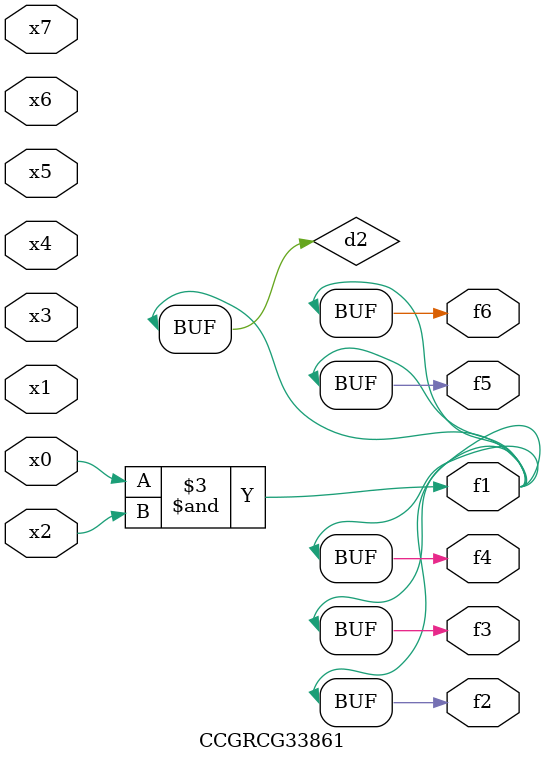
<source format=v>
module CCGRCG33861(
	input x0, x1, x2, x3, x4, x5, x6, x7,
	output f1, f2, f3, f4, f5, f6
);

	wire d1, d2;

	nor (d1, x3, x6);
	and (d2, x0, x2);
	assign f1 = d2;
	assign f2 = d2;
	assign f3 = d2;
	assign f4 = d2;
	assign f5 = d2;
	assign f6 = d2;
endmodule

</source>
